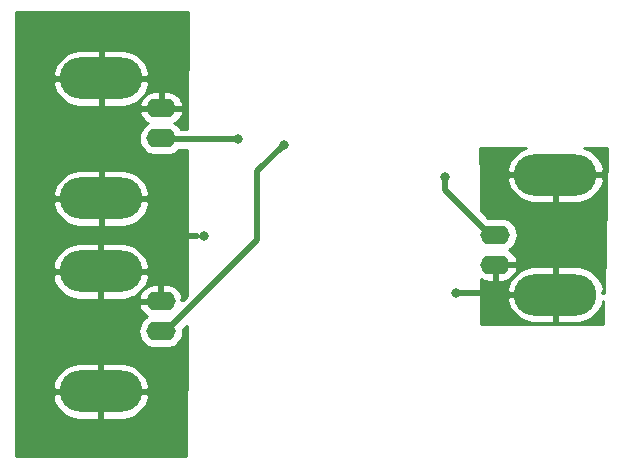
<source format=gbr>
G04 #@! TF.GenerationSoftware,KiCad,Pcbnew,(5.1.4)-1*
G04 #@! TF.CreationDate,2019-11-20T15:43:49+01:00*
G04 #@! TF.ProjectId,Phaseshifter,50686173-6573-4686-9966-7465722e6b69,rev?*
G04 #@! TF.SameCoordinates,Original*
G04 #@! TF.FileFunction,Copper,L1,Top*
G04 #@! TF.FilePolarity,Positive*
%FSLAX46Y46*%
G04 Gerber Fmt 4.6, Leading zero omitted, Abs format (unit mm)*
G04 Created by KiCad (PCBNEW (5.1.4)-1) date 2019-11-20 15:43:49*
%MOMM*%
%LPD*%
G04 APERTURE LIST*
%ADD10O,7.000000X3.500000*%
%ADD11O,2.500000X1.600000*%
%ADD12C,0.800000*%
%ADD13C,0.250000*%
%ADD14C,0.500000*%
%ADD15C,0.254000*%
G04 APERTURE END LIST*
D10*
X97880000Y-66310000D03*
X97880000Y-76470000D03*
D11*
X102960000Y-71390000D03*
X102960000Y-68850000D03*
X102920000Y-85190000D03*
X102920000Y-87730000D03*
D10*
X97840000Y-92810000D03*
X97840000Y-82650000D03*
X136330000Y-84610000D03*
X136330000Y-74450000D03*
D11*
X131250000Y-79530000D03*
X131250000Y-82070000D03*
D12*
X127880000Y-84460000D03*
X106600000Y-79650000D03*
X109450000Y-71480000D03*
X113350000Y-71940000D03*
X126990000Y-74660000D03*
D13*
X106034315Y-79650000D02*
X106004315Y-79620000D01*
X106600000Y-79650000D02*
X106034315Y-79650000D01*
D14*
X106004315Y-79620000D02*
X104110000Y-79620000D01*
X127880000Y-84460000D02*
X130860000Y-84460000D01*
D13*
X97880000Y-76470000D02*
X99970000Y-76470000D01*
X103410000Y-71390000D02*
X102960000Y-71390000D01*
D14*
X103050000Y-71480000D02*
X102960000Y-71390000D01*
X109450000Y-71480000D02*
X103050000Y-71480000D01*
X102920000Y-87730000D02*
X103370000Y-87730000D01*
X103370000Y-87730000D02*
X111110000Y-79990000D01*
X111110000Y-79990000D02*
X111110000Y-74180000D01*
X111110000Y-74180000D02*
X113350000Y-71940000D01*
X113350000Y-71940000D02*
X113350000Y-71940000D01*
X126990000Y-75225685D02*
X126990000Y-74660000D01*
X126990000Y-75720000D02*
X126990000Y-75225685D01*
X130800000Y-79530000D02*
X126990000Y-75720000D01*
X131250000Y-79530000D02*
X130800000Y-79530000D01*
D15*
G36*
X105179949Y-70595000D02*
G01*
X104612193Y-70595000D01*
X104608932Y-70588899D01*
X104429608Y-70370392D01*
X104211101Y-70191068D01*
X104083259Y-70122735D01*
X104312839Y-69972601D01*
X104514500Y-69774895D01*
X104673715Y-69541646D01*
X104784367Y-69281818D01*
X104801904Y-69199039D01*
X104679915Y-68977000D01*
X103087000Y-68977000D01*
X103087000Y-68997000D01*
X102833000Y-68997000D01*
X102833000Y-68977000D01*
X101240085Y-68977000D01*
X101118096Y-69199039D01*
X101135633Y-69281818D01*
X101246285Y-69541646D01*
X101405500Y-69774895D01*
X101607161Y-69972601D01*
X101836741Y-70122735D01*
X101708899Y-70191068D01*
X101490392Y-70370392D01*
X101311068Y-70588899D01*
X101177818Y-70838192D01*
X101095764Y-71108691D01*
X101068057Y-71390000D01*
X101095764Y-71671309D01*
X101177818Y-71941808D01*
X101311068Y-72191101D01*
X101490392Y-72409608D01*
X101708899Y-72588932D01*
X101958192Y-72722182D01*
X102228691Y-72804236D01*
X102439508Y-72825000D01*
X103480492Y-72825000D01*
X103691309Y-72804236D01*
X103961808Y-72722182D01*
X104211101Y-72588932D01*
X104429608Y-72409608D01*
X104466217Y-72365000D01*
X105172605Y-72365000D01*
X105121309Y-84727112D01*
X104785424Y-85062998D01*
X104639916Y-85062998D01*
X104761904Y-84840961D01*
X104744367Y-84758182D01*
X104633715Y-84498354D01*
X104474500Y-84265105D01*
X104272839Y-84067399D01*
X104036483Y-83912834D01*
X103774514Y-83807350D01*
X103497000Y-83755000D01*
X103047000Y-83755000D01*
X103047000Y-85063000D01*
X103067000Y-85063000D01*
X103067000Y-85317000D01*
X103047000Y-85317000D01*
X103047000Y-85337000D01*
X102793000Y-85337000D01*
X102793000Y-85317000D01*
X101200085Y-85317000D01*
X101078096Y-85539039D01*
X101095633Y-85621818D01*
X101206285Y-85881646D01*
X101365500Y-86114895D01*
X101567161Y-86312601D01*
X101796741Y-86462735D01*
X101668899Y-86531068D01*
X101450392Y-86710392D01*
X101271068Y-86928899D01*
X101137818Y-87178192D01*
X101055764Y-87448691D01*
X101028057Y-87730000D01*
X101055764Y-88011309D01*
X101137818Y-88281808D01*
X101271068Y-88531101D01*
X101450392Y-88749608D01*
X101668899Y-88928932D01*
X101918192Y-89062182D01*
X102188691Y-89144236D01*
X102399508Y-89165000D01*
X103440492Y-89165000D01*
X103651309Y-89144236D01*
X103921808Y-89062182D01*
X104171101Y-88928932D01*
X104389608Y-88749608D01*
X104568932Y-88531101D01*
X104702182Y-88281808D01*
X104784236Y-88011309D01*
X104811943Y-87730000D01*
X104794874Y-87556704D01*
X105110880Y-87240698D01*
X105064970Y-98305000D01*
X90695000Y-98305000D01*
X90695000Y-93308003D01*
X93757573Y-93308003D01*
X93837947Y-93605368D01*
X94036388Y-94029439D01*
X94313748Y-94406648D01*
X94659369Y-94722498D01*
X95059968Y-94964852D01*
X95500150Y-95124396D01*
X95963000Y-95195000D01*
X97713000Y-95195000D01*
X97713000Y-92937000D01*
X97967000Y-92937000D01*
X97967000Y-95195000D01*
X99717000Y-95195000D01*
X100179850Y-95124396D01*
X100620032Y-94964852D01*
X101020631Y-94722498D01*
X101366252Y-94406648D01*
X101643612Y-94029439D01*
X101842053Y-93605368D01*
X101922427Y-93308003D01*
X101812625Y-92937000D01*
X97967000Y-92937000D01*
X97713000Y-92937000D01*
X93867375Y-92937000D01*
X93757573Y-93308003D01*
X90695000Y-93308003D01*
X90695000Y-92311997D01*
X93757573Y-92311997D01*
X93867375Y-92683000D01*
X97713000Y-92683000D01*
X97713000Y-90425000D01*
X97967000Y-90425000D01*
X97967000Y-92683000D01*
X101812625Y-92683000D01*
X101922427Y-92311997D01*
X101842053Y-92014632D01*
X101643612Y-91590561D01*
X101366252Y-91213352D01*
X101020631Y-90897502D01*
X100620032Y-90655148D01*
X100179850Y-90495604D01*
X99717000Y-90425000D01*
X97967000Y-90425000D01*
X97713000Y-90425000D01*
X95963000Y-90425000D01*
X95500150Y-90495604D01*
X95059968Y-90655148D01*
X94659369Y-90897502D01*
X94313748Y-91213352D01*
X94036388Y-91590561D01*
X93837947Y-92014632D01*
X93757573Y-92311997D01*
X90695000Y-92311997D01*
X90695000Y-83148003D01*
X93757573Y-83148003D01*
X93837947Y-83445368D01*
X94036388Y-83869439D01*
X94313748Y-84246648D01*
X94659369Y-84562498D01*
X95059968Y-84804852D01*
X95500150Y-84964396D01*
X95963000Y-85035000D01*
X97713000Y-85035000D01*
X97713000Y-82777000D01*
X97967000Y-82777000D01*
X97967000Y-85035000D01*
X99717000Y-85035000D01*
X100179850Y-84964396D01*
X100520407Y-84840961D01*
X101078096Y-84840961D01*
X101200085Y-85063000D01*
X102793000Y-85063000D01*
X102793000Y-83755000D01*
X102343000Y-83755000D01*
X102065486Y-83807350D01*
X101803517Y-83912834D01*
X101567161Y-84067399D01*
X101365500Y-84265105D01*
X101206285Y-84498354D01*
X101095633Y-84758182D01*
X101078096Y-84840961D01*
X100520407Y-84840961D01*
X100620032Y-84804852D01*
X101020631Y-84562498D01*
X101366252Y-84246648D01*
X101643612Y-83869439D01*
X101842053Y-83445368D01*
X101922427Y-83148003D01*
X101812625Y-82777000D01*
X97967000Y-82777000D01*
X97713000Y-82777000D01*
X93867375Y-82777000D01*
X93757573Y-83148003D01*
X90695000Y-83148003D01*
X90695000Y-82151997D01*
X93757573Y-82151997D01*
X93867375Y-82523000D01*
X97713000Y-82523000D01*
X97713000Y-80265000D01*
X97967000Y-80265000D01*
X97967000Y-82523000D01*
X101812625Y-82523000D01*
X101922427Y-82151997D01*
X101842053Y-81854632D01*
X101643612Y-81430561D01*
X101366252Y-81053352D01*
X101020631Y-80737502D01*
X100620032Y-80495148D01*
X100179850Y-80335604D01*
X99717000Y-80265000D01*
X97967000Y-80265000D01*
X97713000Y-80265000D01*
X95963000Y-80265000D01*
X95500150Y-80335604D01*
X95059968Y-80495148D01*
X94659369Y-80737502D01*
X94313748Y-81053352D01*
X94036388Y-81430561D01*
X93837947Y-81854632D01*
X93757573Y-82151997D01*
X90695000Y-82151997D01*
X90695000Y-76968003D01*
X93797573Y-76968003D01*
X93877947Y-77265368D01*
X94076388Y-77689439D01*
X94353748Y-78066648D01*
X94699369Y-78382498D01*
X95099968Y-78624852D01*
X95540150Y-78784396D01*
X96003000Y-78855000D01*
X97753000Y-78855000D01*
X97753000Y-76597000D01*
X98007000Y-76597000D01*
X98007000Y-78855000D01*
X99757000Y-78855000D01*
X100219850Y-78784396D01*
X100660032Y-78624852D01*
X101060631Y-78382498D01*
X101406252Y-78066648D01*
X101683612Y-77689439D01*
X101882053Y-77265368D01*
X101962427Y-76968003D01*
X101852625Y-76597000D01*
X98007000Y-76597000D01*
X97753000Y-76597000D01*
X93907375Y-76597000D01*
X93797573Y-76968003D01*
X90695000Y-76968003D01*
X90695000Y-75971997D01*
X93797573Y-75971997D01*
X93907375Y-76343000D01*
X97753000Y-76343000D01*
X97753000Y-74085000D01*
X98007000Y-74085000D01*
X98007000Y-76343000D01*
X101852625Y-76343000D01*
X101962427Y-75971997D01*
X101882053Y-75674632D01*
X101683612Y-75250561D01*
X101406252Y-74873352D01*
X101060631Y-74557502D01*
X100660032Y-74315148D01*
X100219850Y-74155604D01*
X99757000Y-74085000D01*
X98007000Y-74085000D01*
X97753000Y-74085000D01*
X96003000Y-74085000D01*
X95540150Y-74155604D01*
X95099968Y-74315148D01*
X94699369Y-74557502D01*
X94353748Y-74873352D01*
X94076388Y-75250561D01*
X93877947Y-75674632D01*
X93797573Y-75971997D01*
X90695000Y-75971997D01*
X90695000Y-66808003D01*
X93797573Y-66808003D01*
X93877947Y-67105368D01*
X94076388Y-67529439D01*
X94353748Y-67906648D01*
X94699369Y-68222498D01*
X95099968Y-68464852D01*
X95540150Y-68624396D01*
X96003000Y-68695000D01*
X97753000Y-68695000D01*
X97753000Y-66437000D01*
X98007000Y-66437000D01*
X98007000Y-68695000D01*
X99757000Y-68695000D01*
X100219850Y-68624396D01*
X100560407Y-68500961D01*
X101118096Y-68500961D01*
X101240085Y-68723000D01*
X102833000Y-68723000D01*
X102833000Y-67415000D01*
X103087000Y-67415000D01*
X103087000Y-68723000D01*
X104679915Y-68723000D01*
X104801904Y-68500961D01*
X104784367Y-68418182D01*
X104673715Y-68158354D01*
X104514500Y-67925105D01*
X104312839Y-67727399D01*
X104076483Y-67572834D01*
X103814514Y-67467350D01*
X103537000Y-67415000D01*
X103087000Y-67415000D01*
X102833000Y-67415000D01*
X102383000Y-67415000D01*
X102105486Y-67467350D01*
X101843517Y-67572834D01*
X101607161Y-67727399D01*
X101405500Y-67925105D01*
X101246285Y-68158354D01*
X101135633Y-68418182D01*
X101118096Y-68500961D01*
X100560407Y-68500961D01*
X100660032Y-68464852D01*
X101060631Y-68222498D01*
X101406252Y-67906648D01*
X101683612Y-67529439D01*
X101882053Y-67105368D01*
X101962427Y-66808003D01*
X101852625Y-66437000D01*
X98007000Y-66437000D01*
X97753000Y-66437000D01*
X93907375Y-66437000D01*
X93797573Y-66808003D01*
X90695000Y-66808003D01*
X90695000Y-65811997D01*
X93797573Y-65811997D01*
X93907375Y-66183000D01*
X97753000Y-66183000D01*
X97753000Y-63925000D01*
X98007000Y-63925000D01*
X98007000Y-66183000D01*
X101852625Y-66183000D01*
X101962427Y-65811997D01*
X101882053Y-65514632D01*
X101683612Y-65090561D01*
X101406252Y-64713352D01*
X101060631Y-64397502D01*
X100660032Y-64155148D01*
X100219850Y-63995604D01*
X99757000Y-63925000D01*
X98007000Y-63925000D01*
X97753000Y-63925000D01*
X96003000Y-63925000D01*
X95540150Y-63995604D01*
X95099968Y-64155148D01*
X94699369Y-64397502D01*
X94353748Y-64713352D01*
X94076388Y-65090561D01*
X93877947Y-65514632D01*
X93797573Y-65811997D01*
X90695000Y-65811997D01*
X90695000Y-60695000D01*
X105221028Y-60695000D01*
X105179949Y-70595000D01*
X105179949Y-70595000D01*
G37*
X105179949Y-70595000D02*
X104612193Y-70595000D01*
X104608932Y-70588899D01*
X104429608Y-70370392D01*
X104211101Y-70191068D01*
X104083259Y-70122735D01*
X104312839Y-69972601D01*
X104514500Y-69774895D01*
X104673715Y-69541646D01*
X104784367Y-69281818D01*
X104801904Y-69199039D01*
X104679915Y-68977000D01*
X103087000Y-68977000D01*
X103087000Y-68997000D01*
X102833000Y-68997000D01*
X102833000Y-68977000D01*
X101240085Y-68977000D01*
X101118096Y-69199039D01*
X101135633Y-69281818D01*
X101246285Y-69541646D01*
X101405500Y-69774895D01*
X101607161Y-69972601D01*
X101836741Y-70122735D01*
X101708899Y-70191068D01*
X101490392Y-70370392D01*
X101311068Y-70588899D01*
X101177818Y-70838192D01*
X101095764Y-71108691D01*
X101068057Y-71390000D01*
X101095764Y-71671309D01*
X101177818Y-71941808D01*
X101311068Y-72191101D01*
X101490392Y-72409608D01*
X101708899Y-72588932D01*
X101958192Y-72722182D01*
X102228691Y-72804236D01*
X102439508Y-72825000D01*
X103480492Y-72825000D01*
X103691309Y-72804236D01*
X103961808Y-72722182D01*
X104211101Y-72588932D01*
X104429608Y-72409608D01*
X104466217Y-72365000D01*
X105172605Y-72365000D01*
X105121309Y-84727112D01*
X104785424Y-85062998D01*
X104639916Y-85062998D01*
X104761904Y-84840961D01*
X104744367Y-84758182D01*
X104633715Y-84498354D01*
X104474500Y-84265105D01*
X104272839Y-84067399D01*
X104036483Y-83912834D01*
X103774514Y-83807350D01*
X103497000Y-83755000D01*
X103047000Y-83755000D01*
X103047000Y-85063000D01*
X103067000Y-85063000D01*
X103067000Y-85317000D01*
X103047000Y-85317000D01*
X103047000Y-85337000D01*
X102793000Y-85337000D01*
X102793000Y-85317000D01*
X101200085Y-85317000D01*
X101078096Y-85539039D01*
X101095633Y-85621818D01*
X101206285Y-85881646D01*
X101365500Y-86114895D01*
X101567161Y-86312601D01*
X101796741Y-86462735D01*
X101668899Y-86531068D01*
X101450392Y-86710392D01*
X101271068Y-86928899D01*
X101137818Y-87178192D01*
X101055764Y-87448691D01*
X101028057Y-87730000D01*
X101055764Y-88011309D01*
X101137818Y-88281808D01*
X101271068Y-88531101D01*
X101450392Y-88749608D01*
X101668899Y-88928932D01*
X101918192Y-89062182D01*
X102188691Y-89144236D01*
X102399508Y-89165000D01*
X103440492Y-89165000D01*
X103651309Y-89144236D01*
X103921808Y-89062182D01*
X104171101Y-88928932D01*
X104389608Y-88749608D01*
X104568932Y-88531101D01*
X104702182Y-88281808D01*
X104784236Y-88011309D01*
X104811943Y-87730000D01*
X104794874Y-87556704D01*
X105110880Y-87240698D01*
X105064970Y-98305000D01*
X90695000Y-98305000D01*
X90695000Y-93308003D01*
X93757573Y-93308003D01*
X93837947Y-93605368D01*
X94036388Y-94029439D01*
X94313748Y-94406648D01*
X94659369Y-94722498D01*
X95059968Y-94964852D01*
X95500150Y-95124396D01*
X95963000Y-95195000D01*
X97713000Y-95195000D01*
X97713000Y-92937000D01*
X97967000Y-92937000D01*
X97967000Y-95195000D01*
X99717000Y-95195000D01*
X100179850Y-95124396D01*
X100620032Y-94964852D01*
X101020631Y-94722498D01*
X101366252Y-94406648D01*
X101643612Y-94029439D01*
X101842053Y-93605368D01*
X101922427Y-93308003D01*
X101812625Y-92937000D01*
X97967000Y-92937000D01*
X97713000Y-92937000D01*
X93867375Y-92937000D01*
X93757573Y-93308003D01*
X90695000Y-93308003D01*
X90695000Y-92311997D01*
X93757573Y-92311997D01*
X93867375Y-92683000D01*
X97713000Y-92683000D01*
X97713000Y-90425000D01*
X97967000Y-90425000D01*
X97967000Y-92683000D01*
X101812625Y-92683000D01*
X101922427Y-92311997D01*
X101842053Y-92014632D01*
X101643612Y-91590561D01*
X101366252Y-91213352D01*
X101020631Y-90897502D01*
X100620032Y-90655148D01*
X100179850Y-90495604D01*
X99717000Y-90425000D01*
X97967000Y-90425000D01*
X97713000Y-90425000D01*
X95963000Y-90425000D01*
X95500150Y-90495604D01*
X95059968Y-90655148D01*
X94659369Y-90897502D01*
X94313748Y-91213352D01*
X94036388Y-91590561D01*
X93837947Y-92014632D01*
X93757573Y-92311997D01*
X90695000Y-92311997D01*
X90695000Y-83148003D01*
X93757573Y-83148003D01*
X93837947Y-83445368D01*
X94036388Y-83869439D01*
X94313748Y-84246648D01*
X94659369Y-84562498D01*
X95059968Y-84804852D01*
X95500150Y-84964396D01*
X95963000Y-85035000D01*
X97713000Y-85035000D01*
X97713000Y-82777000D01*
X97967000Y-82777000D01*
X97967000Y-85035000D01*
X99717000Y-85035000D01*
X100179850Y-84964396D01*
X100520407Y-84840961D01*
X101078096Y-84840961D01*
X101200085Y-85063000D01*
X102793000Y-85063000D01*
X102793000Y-83755000D01*
X102343000Y-83755000D01*
X102065486Y-83807350D01*
X101803517Y-83912834D01*
X101567161Y-84067399D01*
X101365500Y-84265105D01*
X101206285Y-84498354D01*
X101095633Y-84758182D01*
X101078096Y-84840961D01*
X100520407Y-84840961D01*
X100620032Y-84804852D01*
X101020631Y-84562498D01*
X101366252Y-84246648D01*
X101643612Y-83869439D01*
X101842053Y-83445368D01*
X101922427Y-83148003D01*
X101812625Y-82777000D01*
X97967000Y-82777000D01*
X97713000Y-82777000D01*
X93867375Y-82777000D01*
X93757573Y-83148003D01*
X90695000Y-83148003D01*
X90695000Y-82151997D01*
X93757573Y-82151997D01*
X93867375Y-82523000D01*
X97713000Y-82523000D01*
X97713000Y-80265000D01*
X97967000Y-80265000D01*
X97967000Y-82523000D01*
X101812625Y-82523000D01*
X101922427Y-82151997D01*
X101842053Y-81854632D01*
X101643612Y-81430561D01*
X101366252Y-81053352D01*
X101020631Y-80737502D01*
X100620032Y-80495148D01*
X100179850Y-80335604D01*
X99717000Y-80265000D01*
X97967000Y-80265000D01*
X97713000Y-80265000D01*
X95963000Y-80265000D01*
X95500150Y-80335604D01*
X95059968Y-80495148D01*
X94659369Y-80737502D01*
X94313748Y-81053352D01*
X94036388Y-81430561D01*
X93837947Y-81854632D01*
X93757573Y-82151997D01*
X90695000Y-82151997D01*
X90695000Y-76968003D01*
X93797573Y-76968003D01*
X93877947Y-77265368D01*
X94076388Y-77689439D01*
X94353748Y-78066648D01*
X94699369Y-78382498D01*
X95099968Y-78624852D01*
X95540150Y-78784396D01*
X96003000Y-78855000D01*
X97753000Y-78855000D01*
X97753000Y-76597000D01*
X98007000Y-76597000D01*
X98007000Y-78855000D01*
X99757000Y-78855000D01*
X100219850Y-78784396D01*
X100660032Y-78624852D01*
X101060631Y-78382498D01*
X101406252Y-78066648D01*
X101683612Y-77689439D01*
X101882053Y-77265368D01*
X101962427Y-76968003D01*
X101852625Y-76597000D01*
X98007000Y-76597000D01*
X97753000Y-76597000D01*
X93907375Y-76597000D01*
X93797573Y-76968003D01*
X90695000Y-76968003D01*
X90695000Y-75971997D01*
X93797573Y-75971997D01*
X93907375Y-76343000D01*
X97753000Y-76343000D01*
X97753000Y-74085000D01*
X98007000Y-74085000D01*
X98007000Y-76343000D01*
X101852625Y-76343000D01*
X101962427Y-75971997D01*
X101882053Y-75674632D01*
X101683612Y-75250561D01*
X101406252Y-74873352D01*
X101060631Y-74557502D01*
X100660032Y-74315148D01*
X100219850Y-74155604D01*
X99757000Y-74085000D01*
X98007000Y-74085000D01*
X97753000Y-74085000D01*
X96003000Y-74085000D01*
X95540150Y-74155604D01*
X95099968Y-74315148D01*
X94699369Y-74557502D01*
X94353748Y-74873352D01*
X94076388Y-75250561D01*
X93877947Y-75674632D01*
X93797573Y-75971997D01*
X90695000Y-75971997D01*
X90695000Y-66808003D01*
X93797573Y-66808003D01*
X93877947Y-67105368D01*
X94076388Y-67529439D01*
X94353748Y-67906648D01*
X94699369Y-68222498D01*
X95099968Y-68464852D01*
X95540150Y-68624396D01*
X96003000Y-68695000D01*
X97753000Y-68695000D01*
X97753000Y-66437000D01*
X98007000Y-66437000D01*
X98007000Y-68695000D01*
X99757000Y-68695000D01*
X100219850Y-68624396D01*
X100560407Y-68500961D01*
X101118096Y-68500961D01*
X101240085Y-68723000D01*
X102833000Y-68723000D01*
X102833000Y-67415000D01*
X103087000Y-67415000D01*
X103087000Y-68723000D01*
X104679915Y-68723000D01*
X104801904Y-68500961D01*
X104784367Y-68418182D01*
X104673715Y-68158354D01*
X104514500Y-67925105D01*
X104312839Y-67727399D01*
X104076483Y-67572834D01*
X103814514Y-67467350D01*
X103537000Y-67415000D01*
X103087000Y-67415000D01*
X102833000Y-67415000D01*
X102383000Y-67415000D01*
X102105486Y-67467350D01*
X101843517Y-67572834D01*
X101607161Y-67727399D01*
X101405500Y-67925105D01*
X101246285Y-68158354D01*
X101135633Y-68418182D01*
X101118096Y-68500961D01*
X100560407Y-68500961D01*
X100660032Y-68464852D01*
X101060631Y-68222498D01*
X101406252Y-67906648D01*
X101683612Y-67529439D01*
X101882053Y-67105368D01*
X101962427Y-66808003D01*
X101852625Y-66437000D01*
X98007000Y-66437000D01*
X97753000Y-66437000D01*
X93907375Y-66437000D01*
X93797573Y-66808003D01*
X90695000Y-66808003D01*
X90695000Y-65811997D01*
X93797573Y-65811997D01*
X93907375Y-66183000D01*
X97753000Y-66183000D01*
X97753000Y-63925000D01*
X98007000Y-63925000D01*
X98007000Y-66183000D01*
X101852625Y-66183000D01*
X101962427Y-65811997D01*
X101882053Y-65514632D01*
X101683612Y-65090561D01*
X101406252Y-64713352D01*
X101060631Y-64397502D01*
X100660032Y-64155148D01*
X100219850Y-63995604D01*
X99757000Y-63925000D01*
X98007000Y-63925000D01*
X97753000Y-63925000D01*
X96003000Y-63925000D01*
X95540150Y-63995604D01*
X95099968Y-64155148D01*
X94699369Y-64397502D01*
X94353748Y-64713352D01*
X94076388Y-65090561D01*
X93877947Y-65514632D01*
X93797573Y-65811997D01*
X90695000Y-65811997D01*
X90695000Y-60695000D01*
X105221028Y-60695000D01*
X105179949Y-70595000D01*
G36*
X133549968Y-72295148D02*
G01*
X133149369Y-72537502D01*
X132803748Y-72853352D01*
X132526388Y-73230561D01*
X132327947Y-73654632D01*
X132247573Y-73951997D01*
X132357375Y-74323000D01*
X136203000Y-74323000D01*
X136203000Y-74303000D01*
X136457000Y-74303000D01*
X136457000Y-74323000D01*
X140302625Y-74323000D01*
X140412427Y-73951997D01*
X140332053Y-73654632D01*
X140133612Y-73230561D01*
X139856252Y-72853352D01*
X139510631Y-72537502D01*
X139110032Y-72295148D01*
X138784062Y-72177000D01*
X140690128Y-72177000D01*
X140414862Y-84482998D01*
X140302626Y-84482998D01*
X140412427Y-84111997D01*
X140332053Y-83814632D01*
X140133612Y-83390561D01*
X139856252Y-83013352D01*
X139510631Y-82697502D01*
X139110032Y-82455148D01*
X138669850Y-82295604D01*
X138207000Y-82225000D01*
X136457000Y-82225000D01*
X136457000Y-84483000D01*
X136477000Y-84483000D01*
X136477000Y-84737000D01*
X136457000Y-84737000D01*
X136457000Y-86995000D01*
X138207000Y-86995000D01*
X138669850Y-86924396D01*
X139110032Y-86764852D01*
X139510631Y-86522498D01*
X139856252Y-86206648D01*
X140133612Y-85829439D01*
X140332053Y-85405368D01*
X140399840Y-85154573D01*
X140355809Y-87123000D01*
X130056417Y-87123000D01*
X130047138Y-85108003D01*
X132247573Y-85108003D01*
X132327947Y-85405368D01*
X132526388Y-85829439D01*
X132803748Y-86206648D01*
X133149369Y-86522498D01*
X133549968Y-86764852D01*
X133990150Y-86924396D01*
X134453000Y-86995000D01*
X136203000Y-86995000D01*
X136203000Y-84737000D01*
X132357375Y-84737000D01*
X132247573Y-85108003D01*
X130047138Y-85108003D01*
X130042551Y-84111997D01*
X132247573Y-84111997D01*
X132357375Y-84483000D01*
X136203000Y-84483000D01*
X136203000Y-82225000D01*
X134453000Y-82225000D01*
X133990150Y-82295604D01*
X133549968Y-82455148D01*
X133149369Y-82697502D01*
X132803748Y-83013352D01*
X132526388Y-83390561D01*
X132327947Y-83814632D01*
X132247573Y-84111997D01*
X130042551Y-84111997D01*
X130038743Y-83285189D01*
X130133517Y-83347166D01*
X130395486Y-83452650D01*
X130673000Y-83505000D01*
X131123000Y-83505000D01*
X131123000Y-82197000D01*
X131377000Y-82197000D01*
X131377000Y-83505000D01*
X131827000Y-83505000D01*
X132104514Y-83452650D01*
X132366483Y-83347166D01*
X132602839Y-83192601D01*
X132804500Y-82994895D01*
X132963715Y-82761646D01*
X133074367Y-82501818D01*
X133091904Y-82419039D01*
X132969915Y-82197000D01*
X131377000Y-82197000D01*
X131123000Y-82197000D01*
X131103000Y-82197000D01*
X131103000Y-81943000D01*
X131123000Y-81943000D01*
X131123000Y-81923000D01*
X131377000Y-81923000D01*
X131377000Y-81943000D01*
X132969915Y-81943000D01*
X133091904Y-81720961D01*
X133074367Y-81638182D01*
X132963715Y-81378354D01*
X132804500Y-81145105D01*
X132602839Y-80947399D01*
X132373259Y-80797265D01*
X132501101Y-80728932D01*
X132719608Y-80549608D01*
X132898932Y-80331101D01*
X133032182Y-80081808D01*
X133114236Y-79811309D01*
X133141943Y-79530000D01*
X133114236Y-79248691D01*
X133032182Y-78978192D01*
X132898932Y-78728899D01*
X132719608Y-78510392D01*
X132501101Y-78331068D01*
X132251808Y-78197818D01*
X131981309Y-78115764D01*
X131770492Y-78095000D01*
X130729508Y-78095000D01*
X130626704Y-78105125D01*
X130012057Y-77490478D01*
X130000349Y-74948003D01*
X132247573Y-74948003D01*
X132327947Y-75245368D01*
X132526388Y-75669439D01*
X132803748Y-76046648D01*
X133149369Y-76362498D01*
X133549968Y-76604852D01*
X133990150Y-76764396D01*
X134453000Y-76835000D01*
X136203000Y-76835000D01*
X136203000Y-74577000D01*
X136457000Y-74577000D01*
X136457000Y-76835000D01*
X138207000Y-76835000D01*
X138669850Y-76764396D01*
X139110032Y-76604852D01*
X139510631Y-76362498D01*
X139856252Y-76046648D01*
X140133612Y-75669439D01*
X140332053Y-75245368D01*
X140412427Y-74948003D01*
X140302625Y-74577000D01*
X136457000Y-74577000D01*
X136203000Y-74577000D01*
X132357375Y-74577000D01*
X132247573Y-74948003D01*
X130000349Y-74948003D01*
X129987587Y-72177000D01*
X133875938Y-72177000D01*
X133549968Y-72295148D01*
X133549968Y-72295148D01*
G37*
X133549968Y-72295148D02*
X133149369Y-72537502D01*
X132803748Y-72853352D01*
X132526388Y-73230561D01*
X132327947Y-73654632D01*
X132247573Y-73951997D01*
X132357375Y-74323000D01*
X136203000Y-74323000D01*
X136203000Y-74303000D01*
X136457000Y-74303000D01*
X136457000Y-74323000D01*
X140302625Y-74323000D01*
X140412427Y-73951997D01*
X140332053Y-73654632D01*
X140133612Y-73230561D01*
X139856252Y-72853352D01*
X139510631Y-72537502D01*
X139110032Y-72295148D01*
X138784062Y-72177000D01*
X140690128Y-72177000D01*
X140414862Y-84482998D01*
X140302626Y-84482998D01*
X140412427Y-84111997D01*
X140332053Y-83814632D01*
X140133612Y-83390561D01*
X139856252Y-83013352D01*
X139510631Y-82697502D01*
X139110032Y-82455148D01*
X138669850Y-82295604D01*
X138207000Y-82225000D01*
X136457000Y-82225000D01*
X136457000Y-84483000D01*
X136477000Y-84483000D01*
X136477000Y-84737000D01*
X136457000Y-84737000D01*
X136457000Y-86995000D01*
X138207000Y-86995000D01*
X138669850Y-86924396D01*
X139110032Y-86764852D01*
X139510631Y-86522498D01*
X139856252Y-86206648D01*
X140133612Y-85829439D01*
X140332053Y-85405368D01*
X140399840Y-85154573D01*
X140355809Y-87123000D01*
X130056417Y-87123000D01*
X130047138Y-85108003D01*
X132247573Y-85108003D01*
X132327947Y-85405368D01*
X132526388Y-85829439D01*
X132803748Y-86206648D01*
X133149369Y-86522498D01*
X133549968Y-86764852D01*
X133990150Y-86924396D01*
X134453000Y-86995000D01*
X136203000Y-86995000D01*
X136203000Y-84737000D01*
X132357375Y-84737000D01*
X132247573Y-85108003D01*
X130047138Y-85108003D01*
X130042551Y-84111997D01*
X132247573Y-84111997D01*
X132357375Y-84483000D01*
X136203000Y-84483000D01*
X136203000Y-82225000D01*
X134453000Y-82225000D01*
X133990150Y-82295604D01*
X133549968Y-82455148D01*
X133149369Y-82697502D01*
X132803748Y-83013352D01*
X132526388Y-83390561D01*
X132327947Y-83814632D01*
X132247573Y-84111997D01*
X130042551Y-84111997D01*
X130038743Y-83285189D01*
X130133517Y-83347166D01*
X130395486Y-83452650D01*
X130673000Y-83505000D01*
X131123000Y-83505000D01*
X131123000Y-82197000D01*
X131377000Y-82197000D01*
X131377000Y-83505000D01*
X131827000Y-83505000D01*
X132104514Y-83452650D01*
X132366483Y-83347166D01*
X132602839Y-83192601D01*
X132804500Y-82994895D01*
X132963715Y-82761646D01*
X133074367Y-82501818D01*
X133091904Y-82419039D01*
X132969915Y-82197000D01*
X131377000Y-82197000D01*
X131123000Y-82197000D01*
X131103000Y-82197000D01*
X131103000Y-81943000D01*
X131123000Y-81943000D01*
X131123000Y-81923000D01*
X131377000Y-81923000D01*
X131377000Y-81943000D01*
X132969915Y-81943000D01*
X133091904Y-81720961D01*
X133074367Y-81638182D01*
X132963715Y-81378354D01*
X132804500Y-81145105D01*
X132602839Y-80947399D01*
X132373259Y-80797265D01*
X132501101Y-80728932D01*
X132719608Y-80549608D01*
X132898932Y-80331101D01*
X133032182Y-80081808D01*
X133114236Y-79811309D01*
X133141943Y-79530000D01*
X133114236Y-79248691D01*
X133032182Y-78978192D01*
X132898932Y-78728899D01*
X132719608Y-78510392D01*
X132501101Y-78331068D01*
X132251808Y-78197818D01*
X131981309Y-78115764D01*
X131770492Y-78095000D01*
X130729508Y-78095000D01*
X130626704Y-78105125D01*
X130012057Y-77490478D01*
X130000349Y-74948003D01*
X132247573Y-74948003D01*
X132327947Y-75245368D01*
X132526388Y-75669439D01*
X132803748Y-76046648D01*
X133149369Y-76362498D01*
X133549968Y-76604852D01*
X133990150Y-76764396D01*
X134453000Y-76835000D01*
X136203000Y-76835000D01*
X136203000Y-74577000D01*
X136457000Y-74577000D01*
X136457000Y-76835000D01*
X138207000Y-76835000D01*
X138669850Y-76764396D01*
X139110032Y-76604852D01*
X139510631Y-76362498D01*
X139856252Y-76046648D01*
X140133612Y-75669439D01*
X140332053Y-75245368D01*
X140412427Y-74948003D01*
X140302625Y-74577000D01*
X136457000Y-74577000D01*
X136203000Y-74577000D01*
X132357375Y-74577000D01*
X132247573Y-74948003D01*
X130000349Y-74948003D01*
X129987587Y-72177000D01*
X133875938Y-72177000D01*
X133549968Y-72295148D01*
M02*

</source>
